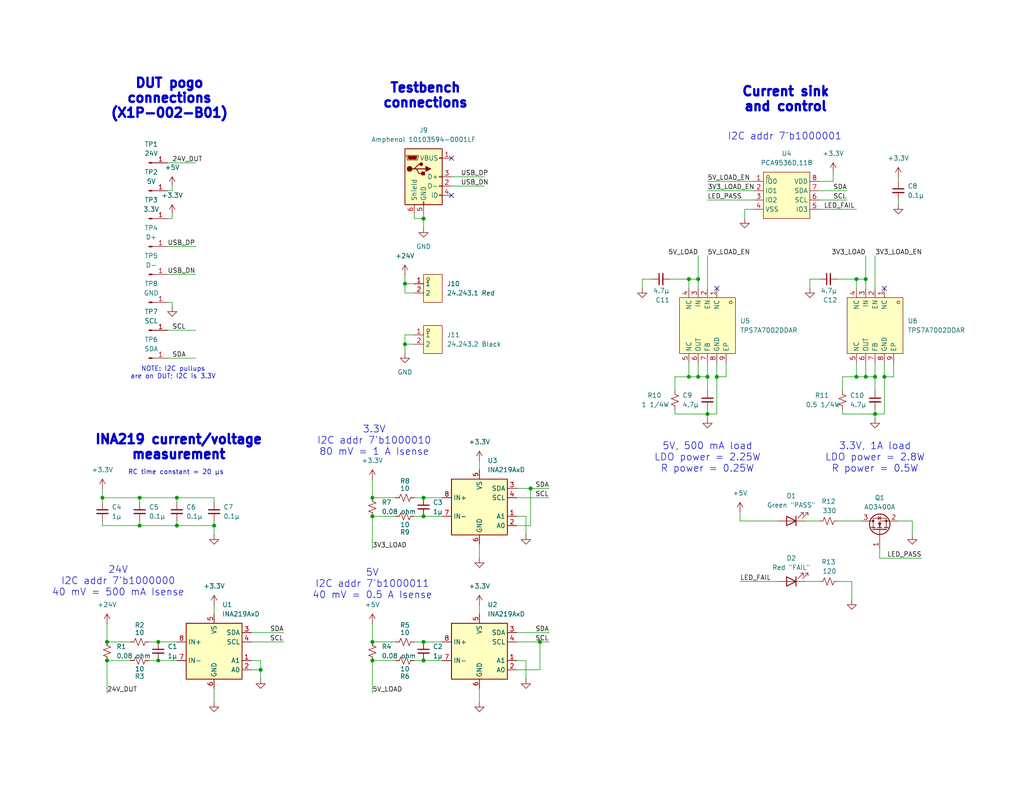
<source format=kicad_sch>
(kicad_sch (version 20231120) (generator "eeschema") (generator_version "8.0")
  (paper "USLetter")
  (title_block (title "X1P-003") (rev "A01") (company "X1Plus") (comment 1 "Production test fixture for X1P-002"))
  (lib_symbols
    (symbol "Connector:Conn_01x01_Pin" (pin_names (offset 1.016) hide)
      (property "Reference" "J" (at 0 2.54 0))
      (property "Value" "Conn_01x01_Pin" (at 0 -2.54 0))
      (symbol "Conn_01x01_Pin_1_1"
        (polyline (pts (xy 1.27 0) (xy 0.8636 0)) (stroke (width 0.1524)))
        (rectangle (start 0.8636 0.127) (end 0 -0.127) (stroke (width 0.1524)) (fill (type outline)))
        (pin passive line (at 5.08 0 180) (length 3.81) (name "Pin_1") (number "1"))
      )
    )
    (symbol "Connector:USB_B_Micro" (pin_names (offset 1.016))
      (property "Reference" "J" (at -5.08 11.43 0))
      (property "Value" "USB_B_Micro" (at -5.08 8.89 0))
      (symbol "USB_B_Micro_0_1"
        (rectangle (start -5.08 -7.62) (end 5.08 7.62) (stroke (width 0.254)) (fill (type background)))
        (circle (center -3.81 2.159) (radius 0.635) (stroke (width 0.254)) (fill (type outline)))
        (circle (center -0.635 3.429) (radius 0.381) (stroke (width 0.254)) (fill (type outline)))
        (rectangle (start -0.127 -7.62) (end 0.127 -6.858))
        (polyline (pts (xy -1.905 2.159) (xy 0.635 2.159)) (stroke (width 0.254)))
        (polyline (pts (xy -3.175 2.159) (xy -2.54 2.159) (xy -1.27 3.429) (xy -0.635 3.429)) (stroke (width 0.254)))
        (polyline (pts (xy -2.54 2.159) (xy -1.905 2.159) (xy -1.27 0.889) (xy 0 0.889)) (stroke (width 0.254)))
        (polyline (pts (xy 0.635 2.794) (xy 0.635 1.524) (xy 1.905 2.159) (xy 0.635 2.794)) (stroke (width 0.254)) (fill (type outline)))
        (polyline (pts (xy -4.318 5.588) (xy -1.778 5.588) (xy -2.032 4.826) (xy -4.064 4.826) (xy -4.318 5.588)) (fill (type outline)))
        (polyline (pts (xy -4.699 5.842) (xy -4.699 5.588) (xy -4.445 4.826) (xy -4.445 4.572) (xy -1.651 4.572) (xy -1.651 4.826) (xy -1.397 5.588) (xy -1.397 5.842) (xy -4.699 5.842)))
        (rectangle (start 0.254 1.27) (end -0.508 0.508) (stroke (width 0.254)) (fill (type outline)))
        (rectangle (start 5.08 -5.207) (end 4.318 -4.953))
        (rectangle (start 5.08 -2.667) (end 4.318 -2.413))
        (rectangle (start 5.08 -0.127) (end 4.318 0.127))
        (rectangle (start 5.08 4.953) (end 4.318 5.207))
      )
      (symbol "USB_B_Micro_1_1"
        (pin power_out line (at 7.62 5.08 180) (length 2.54) (name "VBUS") (number "1"))
        (pin bidirectional line (at 7.62 -2.54 180) (length 2.54) (name "D-") (number "2"))
        (pin bidirectional line (at 7.62 0 180) (length 2.54) (name "D+") (number "3"))
        (pin passive line (at 7.62 -5.08 180) (length 2.54) (name "ID") (number "4"))
        (pin power_out line (at 0 -10.16 90) (length 2.54) (name "GND") (number "5"))
        (pin passive line (at -2.54 -10.16 90) (length 2.54) (name "Shield") (number "6"))
      )
    )
    (symbol "Device:C_Small" (pin_numbers hide) (pin_names (offset 0.254) hide)
      (property "Reference" "C" (at 0.254 1.778 0))
      (property "Value" "C_Small" (at 0.254 -2.032 0))
      (symbol "C_Small_0_1"
        (polyline (pts (xy -1.524 -0.508) (xy 1.524 -0.508)) (stroke (width 0.3302)))
        (polyline (pts (xy -1.524 0.508) (xy 1.524 0.508)) (stroke (width 0.3048)))
      )
      (symbol "C_Small_1_1"
        (pin passive line (at 0 2.54 270) (length 2.032) (name "~") (number "1"))
        (pin passive line (at 0 -2.54 90) (length 2.032) (name "~") (number "2"))
      )
    )
    (symbol "Device:LED" (pin_numbers hide) (pin_names (offset 1.016) hide)
      (property "Reference" "D" (at 0 2.54 0))
      (property "Value" "LED" (at 0 -2.54 0))
      (symbol "LED_0_1"
        (polyline (pts (xy -1.27 -1.27) (xy -1.27 1.27)) (stroke (width 0.254)))
        (polyline (pts (xy -1.27 0) (xy 1.27 0)))
        (polyline (pts (xy 1.27 -1.27) (xy 1.27 1.27) (xy -1.27 0) (xy 1.27 -1.27)) (stroke (width 0.254)))
        (polyline (pts (xy -3.048 -0.762) (xy -4.572 -2.286) (xy -3.81 -2.286) (xy -4.572 -2.286) (xy -4.572 -1.524)))
        (polyline (pts (xy -1.778 -0.762) (xy -3.302 -2.286) (xy -2.54 -2.286) (xy -3.302 -2.286) (xy -3.302 -1.524)))
      )
      (symbol "LED_1_1"
        (pin passive line (at -3.81 0 0) (length 2.54) (name "K") (number "1"))
        (pin passive line (at 3.81 0 180) (length 2.54) (name "A") (number "2"))
      )
    )
    (symbol "Device:R_Small_US" (pin_numbers hide) (pin_names (offset 0.254) hide)
      (property "Reference" "R" (at 0.762 0.508 0))
      (property "Value" "R_Small_US" (at 0.762 -1.016 0))
      (symbol "R_Small_US_1_1"
        (polyline (pts (xy 0 0) (xy 1.016 -0.381) (xy 0 -0.762) (xy -1.016 -1.143) (xy 0 -1.524)))
        (polyline (pts (xy 0 1.524) (xy 1.016 1.143) (xy 0 0.762) (xy -1.016 0.381) (xy 0 0)))
        (pin passive line (at 0 2.54 270) (length 1.016) (name "~") (number "1"))
        (pin passive line (at 0 -2.54 90) (length 1.016) (name "~") (number "2"))
      )
    )
    (symbol "Sensor_Energy:INA219AxD"
      (property "Reference" "U" (at -6.35 8.89 0))
      (property "Value" "INA219AxD" (at 5.08 8.89 0))
      (symbol "INA219AxD_0_1"
        (rectangle (start -7.62 7.62) (end 7.62 -7.62) (stroke (width 0.254)) (fill (type background)))
      )
      (symbol "INA219AxD_1_1"
        (pin input line (at 10.16 -2.54 180) (length 2.54) (name "A1") (number "1"))
        (pin input line (at 10.16 -5.08 180) (length 2.54) (name "A0") (number "2"))
        (pin bidirectional line (at 10.16 5.08 180) (length 2.54) (name "SDA") (number "3"))
        (pin input line (at 10.16 2.54 180) (length 2.54) (name "SCL") (number "4"))
        (pin power_in line (at 0 10.16 270) (length 2.54) (name "VS") (number "5"))
        (pin power_in line (at 0 -10.16 90) (length 2.54) (name "GND") (number "6"))
        (pin input line (at -10.16 -2.54 0) (length 2.54) (name "IN-") (number "7"))
        (pin input line (at -10.16 2.54 0) (length 2.54) (name "IN+") (number "8"))
      )
    )
    (symbol "Transistor_FET:AO3400A" (pin_names hide)
      (property "Reference" "Q" (at 5.08 1.905 0))
      (property "Value" "AO3400A" (at 5.08 0 0))
      (symbol "AO3400A_0_1"
        (polyline (pts (xy 0.254 0) (xy -2.54 0)))
        (polyline (pts (xy 0.254 1.905) (xy 0.254 -1.905)) (stroke (width 0.254)))
        (polyline (pts (xy 0.762 -1.27) (xy 0.762 -2.286)) (stroke (width 0.254)))
        (polyline (pts (xy 0.762 0.508) (xy 0.762 -0.508)) (stroke (width 0.254)))
        (polyline (pts (xy 0.762 2.286) (xy 0.762 1.27)) (stroke (width 0.254)))
        (polyline (pts (xy 2.54 2.54) (xy 2.54 1.778)))
        (polyline (pts (xy 2.54 -2.54) (xy 2.54 0) (xy 0.762 0)))
        (polyline (pts (xy 0.762 -1.778) (xy 3.302 -1.778) (xy 3.302 1.778) (xy 0.762 1.778)))
        (polyline (pts (xy 1.016 0) (xy 2.032 0.381) (xy 2.032 -0.381) (xy 1.016 0)) (fill (type outline)))
        (polyline (pts (xy 2.794 0.508) (xy 2.921 0.381) (xy 3.683 0.381) (xy 3.81 0.254)))
        (polyline (pts (xy 3.302 0.381) (xy 2.921 -0.254) (xy 3.683 -0.254) (xy 3.302 0.381)))
        (circle (center 1.651 0) (radius 2.794) (stroke (width 0.254)))
        (circle (center 2.54 -1.778) (radius 0.254) (fill (type outline)))
        (circle (center 2.54 1.778) (radius 0.254) (fill (type outline)))
      )
      (symbol "AO3400A_1_1"
        (pin input line (at -5.08 0 0) (length 2.54) (name "G") (number "1"))
        (pin passive line (at 2.54 -5.08 90) (length 2.54) (name "S") (number "2"))
        (pin passive line (at 2.54 5.08 270) (length 2.54) (name "D") (number "3"))
      )
    )
    (symbol "X1P-003:24.243.1"
      (property "Reference" "U" (at 0 6.35 0))
      (property "Value" "24.243.1" (at 0 -6.35 0))
      (symbol "24.243.1_0_1"
        (rectangle (start -2.54 3.81) (end 2.54 -3.81) (fill (type background)))
        (circle (center -1.27 2.54) (radius 0.38))
        (pin unspecified line (at -5.08 1.27 0) (length 2.54) (name "1") (number "1"))
        (pin unspecified line (at -5.08 -1.27 0) (length 2.54) (name "2") (number "2"))
      )
    )
    (symbol "X1P-003:PCA9536D,118"
      (property "Reference" "U" (at 0 8.89 0))
      (property "Value" "PCA9536D,118" (at 0 -8.89 0))
      (symbol "PCA9536D,118_0_1"
        (rectangle (start -6.35 6.35) (end 6.35 -6.35) (fill (type background)))
        (circle (center -5.08 5.08) (radius 0.38))
        (pin unspecified line (at -8.89 3.81 0) (length 2.54) (name "IO0") (number "1"))
        (pin unspecified line (at -8.89 1.27 0) (length 2.54) (name "IO1") (number "2"))
        (pin unspecified line (at -8.89 -1.27 0) (length 2.54) (name "IO2") (number "3"))
        (pin unspecified line (at -8.89 -3.81 0) (length 2.54) (name "VSS") (number "4"))
        (pin unspecified line (at 8.89 -3.81 180) (length 2.54) (name "IO3") (number "5"))
        (pin unspecified line (at 8.89 -1.27 180) (length 2.54) (name "SCL") (number "6"))
        (pin unspecified line (at 8.89 1.27 180) (length 2.54) (name "SDA") (number "7"))
        (pin unspecified line (at 8.89 3.81 180) (length 2.54) (name "VDD") (number "8"))
      )
    )
    (symbol "X1P-003:TPS7A7002DDAR"
      (property "Reference" "U" (at 0 10.16 0))
      (property "Value" "TPS7A7002DDAR" (at 0 -10.16 0))
      (symbol "TPS7A7002DDAR_0_1"
        (rectangle (start -7.62 7.62) (end 7.62 -7.62) (fill (type background)))
        (circle (center -6.35 6.35) (radius 0.38))
        (pin unspecified line (at -10.16 2.54 0) (length 2.54) (name "NC") (number "1"))
        (pin unspecified line (at -10.16 0 0) (length 2.54) (name "EN") (number "2"))
        (pin unspecified line (at -10.16 -2.54 0) (length 2.54) (name "IN") (number "3"))
        (pin unspecified line (at -10.16 -5.08 0) (length 2.54) (name "NC") (number "4"))
        (pin unspecified line (at 10.16 -5.08 180) (length 2.54) (name "NC") (number "5"))
        (pin unspecified line (at 10.16 -2.54 180) (length 2.54) (name "OUT") (number "6"))
        (pin unspecified line (at 10.16 0 180) (length 2.54) (name "FB") (number "7"))
        (pin unspecified line (at 10.16 2.54 180) (length 2.54) (name "GND") (number "8"))
        (pin unspecified line (at 10.16 5.08 180) (length 2.54) (name "EP") (number "9"))
      )
    )
    (symbol "power:+24V" (power) (pin_numbers hide) (pin_names (offset 0) hide)
      (property "Value" "+24V" (at 0 3.556 0))
      (symbol "+24V_0_1"
        (polyline (pts (xy -0.762 1.27) (xy 0 2.54)))
        (polyline (pts (xy 0 0) (xy 0 2.54)))
        (polyline (pts (xy 0 2.54) (xy 0.762 1.27)))
      )
      (symbol "+24V_1_1"
        (pin power_in line (at 0 0 90) (length 0) (name "~") (number "1"))
      )
    )
    (symbol "power:+3.3V" (power) (pin_numbers hide) (pin_names (offset 0) hide)
      (property "Value" "+3.3V" (at 0 3.556 0))
      (symbol "+3.3V_0_1"
        (polyline (pts (xy -0.762 1.27) (xy 0 2.54)))
        (polyline (pts (xy 0 0) (xy 0 2.54)))
        (polyline (pts (xy 0 2.54) (xy 0.762 1.27)))
      )
      (symbol "+3.3V_1_1"
        (pin power_in line (at 0 0 90) (length 0) (name "~") (number "1"))
      )
    )
    (symbol "power:+5V" (power) (pin_numbers hide) (pin_names (offset 0) hide)
      (property "Value" "+5V" (at 0 3.556 0))
      (symbol "+5V_0_1"
        (polyline (pts (xy -0.762 1.27) (xy 0 2.54)))
        (polyline (pts (xy 0 0) (xy 0 2.54)))
        (polyline (pts (xy 0 2.54) (xy 0.762 1.27)))
      )
      (symbol "+5V_1_1"
        (pin power_in line (at 0 0 90) (length 0) (name "~") (number "1"))
      )
    )
    (symbol "power:GND" (power) (pin_numbers hide) (pin_names (offset 0) hide)
      (property "Value" "GND" (at 0 -3.81 0))
      (symbol "GND_0_1"
        (polyline (pts (xy 0 0) (xy 0 -1.27) (xy 1.27 -1.27) (xy 0 -2.54) (xy -1.27 -1.27) (xy 0 -1.27)))
      )
      (symbol "GND_1_1"
        (pin power_in line (at 0 0 270) (length 0) (name "~") (number "1"))
      )
    )
  )
  (junction (at 48.26 135.89))
  (junction (at 193.04 113.03))
  (junction (at 144.78 133.35))
  (junction (at 115.57 140.97))
  (junction (at 29.21 180.34))
  (junction (at 115.57 59.69))
  (junction (at 27.94 135.89))
  (junction (at 43.18 175.26))
  (junction (at 236.22 76.2))
  (junction (at 238.76 102.87))
  (junction (at 193.04 102.87))
  (junction (at 101.6 175.26))
  (junction (at 115.57 135.89))
  (junction (at 195.58 102.87))
  (junction (at 38.1 143.51))
  (junction (at 233.68 102.87))
  (junction (at 115.57 175.26))
  (junction (at 38.1 135.89))
  (junction (at 236.22 102.87))
  (junction (at 101.6 135.89))
  (junction (at 115.57 180.34))
  (junction (at 190.5 76.2))
  (junction (at 147.32 175.26))
  (junction (at 110.49 77.47))
  (junction (at 187.96 102.87))
  (junction (at 43.18 180.34))
  (junction (at 187.96 76.2))
  (junction (at 190.5 102.87))
  (junction (at 101.6 180.34))
  (junction (at 241.3 102.87))
  (junction (at 71.12 182.88))
  (junction (at 58.42 143.51))
  (junction (at 101.6 140.97))
  (junction (at 238.76 113.03))
  (junction (at 48.26 143.51))
  (junction (at 29.21 175.26))
  (junction (at 110.49 93.98))
  (junction (at 233.68 76.2))
  (no_connect (at 241.3 78.74))
  (no_connect (at 195.58 78.74))
  (no_connect (at 123.19 43.18))
  (no_connect (at 123.19 53.34))
  (wire (pts (xy 175.26 76.2) (xy 175.26 78.74)))
  (wire (pts (xy 201.93 142.24) (xy 212.09 142.24)))
  (wire (pts (xy 46.99 58.42) (xy 46.99 59.69)))
  (wire (pts (xy 193.04 49.53) (xy 205.74 49.53)))
  (wire (pts (xy 101.6 140.97) (xy 107.95 140.97)))
  (wire (pts (xy 238.76 114.3) (xy 238.76 113.03)))
  (wire (pts (xy 45.72 90.17) (xy 53.34 90.17)))
  (wire (pts (xy 184.15 113.03) (xy 193.04 113.03)))
  (wire (pts (xy 143.51 140.97) (xy 143.51 146.05)))
  (wire (pts (xy 243.84 99.06) (xy 243.84 102.87)))
  (wire (pts (xy 40.64 180.34) (xy 43.18 180.34)))
  (wire (pts (xy 140.97 135.89) (xy 149.86 135.89)))
  (wire (pts (xy 68.58 180.34) (xy 71.12 180.34)))
  (wire (pts (xy 193.04 54.61) (xy 205.74 54.61)))
  (wire (pts (xy 123.19 48.26) (xy 132.08 48.26)))
  (wire (pts (xy 43.18 175.26) (xy 48.26 175.26)))
  (wire (pts (xy 113.03 58.42) (xy 113.03 59.69)))
  (wire (pts (xy 58.42 135.89) (xy 48.26 135.89)))
  (wire (pts (xy 115.57 140.97) (xy 120.65 140.97)))
  (wire (pts (xy 115.57 59.69) (xy 115.57 58.42)))
  (wire (pts (xy 48.26 143.51) (xy 58.42 143.51)))
  (wire (pts (xy 187.96 99.06) (xy 187.96 102.87)))
  (wire (pts (xy 248.92 142.24) (xy 248.92 146.05)))
  (wire (pts (xy 58.42 187.96) (xy 58.42 191.77)))
  (wire (pts (xy 101.6 180.34) (xy 101.6 189.23)))
  (wire (pts (xy 190.5 76.2) (xy 190.5 78.74)))
  (wire (pts (xy 101.6 130.81) (xy 101.6 135.89)))
  (wire (pts (xy 227.33 46.99) (xy 227.33 49.53)))
  (wire (pts (xy 236.22 76.2) (xy 236.22 78.74)))
  (wire (pts (xy 201.93 158.75) (xy 212.09 158.75)))
  (wire (pts (xy 115.57 175.26) (xy 120.65 175.26)))
  (wire (pts (xy 113.03 175.26) (xy 115.57 175.26)))
  (wire (pts (xy 144.78 133.35) (xy 144.78 143.51)))
  (wire (pts (xy 101.6 170.18) (xy 101.6 175.26)))
  (wire (pts (xy 58.42 143.51) (xy 58.42 146.05)))
  (wire (pts (xy 229.87 113.03) (xy 238.76 113.03)))
  (wire (pts (xy 220.98 76.2) (xy 220.98 78.74)))
  (wire (pts (xy 140.97 175.26) (xy 147.32 175.26)))
  (wire (pts (xy 113.03 80.01) (xy 110.49 80.01)))
  (wire (pts (xy 38.1 135.89) (xy 27.94 135.89)))
  (wire (pts (xy 123.19 50.8) (xy 132.08 50.8)))
  (wire (pts (xy 232.41 158.75) (xy 232.41 163.83)))
  (wire (pts (xy 68.58 172.72) (xy 77.47 172.72)))
  (wire (pts (xy 198.12 99.06) (xy 198.12 102.87)))
  (wire (pts (xy 233.68 76.2) (xy 236.22 76.2)))
  (wire (pts (xy 233.68 99.06) (xy 233.68 102.87)))
  (wire (pts (xy 219.71 158.75) (xy 223.52 158.75)))
  (wire (pts (xy 236.22 102.87) (xy 233.68 102.87)))
  (wire (pts (xy 140.97 180.34) (xy 143.51 180.34)))
  (wire (pts (xy 236.22 102.87) (xy 238.76 102.87)))
  (wire (pts (xy 48.26 142.24) (xy 48.26 143.51)))
  (wire (pts (xy 27.94 135.89) (xy 27.94 137.16)))
  (wire (pts (xy 27.94 142.24) (xy 27.94 143.51)))
  (wire (pts (xy 190.5 102.87) (xy 193.04 102.87)))
  (wire (pts (xy 187.96 76.2) (xy 190.5 76.2)))
  (wire (pts (xy 46.99 82.55) (xy 46.99 83.82)))
  (wire (pts (xy 71.12 180.34) (xy 71.12 182.88)))
  (wire (pts (xy 187.96 78.74) (xy 187.96 76.2)))
  (wire (pts (xy 45.72 97.79) (xy 53.34 97.79)))
  (wire (pts (xy 201.93 139.7) (xy 201.93 142.24)))
  (wire (pts (xy 110.49 80.01) (xy 110.49 77.47)))
  (wire (pts (xy 193.04 99.06) (xy 193.04 102.87)))
  (wire (pts (xy 110.49 77.47) (xy 113.03 77.47)))
  (wire (pts (xy 238.76 113.03) (xy 241.3 113.03)))
  (wire (pts (xy 113.03 93.98) (xy 110.49 93.98)))
  (wire (pts (xy 241.3 102.87) (xy 243.84 102.87)))
  (wire (pts (xy 130.81 187.96) (xy 130.81 191.77)))
  (wire (pts (xy 245.11 142.24) (xy 248.92 142.24)))
  (wire (pts (xy 228.6 76.2) (xy 233.68 76.2)))
  (wire (pts (xy 113.03 140.97) (xy 115.57 140.97)))
  (wire (pts (xy 38.1 135.89) (xy 38.1 137.16)))
  (wire (pts (xy 27.94 143.51) (xy 38.1 143.51)))
  (wire (pts (xy 193.04 113.03) (xy 195.58 113.03)))
  (wire (pts (xy 144.78 133.35) (xy 149.86 133.35)))
  (wire (pts (xy 238.76 102.87) (xy 238.76 106.68)))
  (wire (pts (xy 190.5 69.85) (xy 190.5 76.2)))
  (wire (pts (xy 238.76 69.85) (xy 238.76 78.74)))
  (wire (pts (xy 45.72 67.31) (xy 53.34 67.31)))
  (wire (pts (xy 229.87 106.68) (xy 229.87 102.87)))
  (wire (pts (xy 203.2 57.15) (xy 203.2 59.69)))
  (wire (pts (xy 58.42 142.24) (xy 58.42 143.51)))
  (wire (pts (xy 45.72 74.93) (xy 53.34 74.93)))
  (wire (pts (xy 40.64 175.26) (xy 43.18 175.26)))
  (wire (pts (xy 245.11 48.26) (xy 245.11 49.53)))
  (wire (pts (xy 46.99 50.8) (xy 46.99 52.07)))
  (wire (pts (xy 29.21 180.34) (xy 29.21 189.23)))
  (wire (pts (xy 140.97 172.72) (xy 149.86 172.72)))
  (wire (pts (xy 130.81 148.59) (xy 130.81 152.4)))
  (wire (pts (xy 236.22 69.85) (xy 236.22 76.2)))
  (wire (pts (xy 195.58 99.06) (xy 195.58 102.87)))
  (wire (pts (xy 110.49 74.93) (xy 110.49 77.47)))
  (wire (pts (xy 236.22 99.06) (xy 236.22 102.87)))
  (wire (pts (xy 140.97 133.35) (xy 144.78 133.35)))
  (wire (pts (xy 238.76 99.06) (xy 238.76 102.87)))
  (wire (pts (xy 195.58 102.87) (xy 198.12 102.87)))
  (wire (pts (xy 245.11 54.61) (xy 245.11 55.88)))
  (wire (pts (xy 43.18 180.34) (xy 48.26 180.34)))
  (wire (pts (xy 140.97 143.51) (xy 144.78 143.51)))
  (wire (pts (xy 38.1 142.24) (xy 38.1 143.51)))
  (wire (pts (xy 228.6 142.24) (xy 234.95 142.24)))
  (wire (pts (xy 110.49 93.98) (xy 110.49 96.52)))
  (wire (pts (xy 115.57 135.89) (xy 120.65 135.89)))
  (wire (pts (xy 193.04 69.85) (xy 193.04 78.74)))
  (wire (pts (xy 101.6 135.89) (xy 107.95 135.89)))
  (wire (pts (xy 190.5 102.87) (xy 187.96 102.87)))
  (wire (pts (xy 58.42 165.1) (xy 58.42 167.64)))
  (wire (pts (xy 195.58 113.03) (xy 195.58 102.87)))
  (wire (pts (xy 115.57 59.69) (xy 115.57 62.23)))
  (wire (pts (xy 113.03 180.34) (xy 115.57 180.34)))
  (wire (pts (xy 190.5 99.06) (xy 190.5 102.87)))
  (wire (pts (xy 193.04 102.87) (xy 193.04 106.68)))
  (wire (pts (xy 223.52 57.15) (xy 233.68 57.15)))
  (wire (pts (xy 147.32 175.26) (xy 147.32 182.88)))
  (wire (pts (xy 29.21 180.34) (xy 35.56 180.34)))
  (wire (pts (xy 71.12 182.88) (xy 71.12 185.42)))
  (wire (pts (xy 229.87 102.87) (xy 233.68 102.87)))
  (wire (pts (xy 113.03 135.89) (xy 115.57 135.89)))
  (wire (pts (xy 68.58 175.26) (xy 77.47 175.26)))
  (wire (pts (xy 130.81 125.73) (xy 130.81 128.27)))
  (wire (pts (xy 233.68 78.74) (xy 233.68 76.2)))
  (wire (pts (xy 58.42 137.16) (xy 58.42 135.89)))
  (wire (pts (xy 38.1 143.51) (xy 48.26 143.51)))
  (wire (pts (xy 101.6 180.34) (xy 107.95 180.34)))
  (wire (pts (xy 130.81 165.1) (xy 130.81 167.64)))
  (wire (pts (xy 193.04 114.3) (xy 193.04 113.03)))
  (wire (pts (xy 229.87 111.76) (xy 229.87 113.03)))
  (wire (pts (xy 46.99 52.07) (xy 45.72 52.07)))
  (wire (pts (xy 193.04 111.76) (xy 193.04 113.03)))
  (wire (pts (xy 238.76 111.76) (xy 238.76 113.03)))
  (wire (pts (xy 113.03 91.44) (xy 110.49 91.44)))
  (wire (pts (xy 219.71 142.24) (xy 223.52 142.24)))
  (wire (pts (xy 223.52 54.61) (xy 231.14 54.61)))
  (wire (pts (xy 241.3 99.06) (xy 241.3 102.87)))
  (wire (pts (xy 223.52 76.2) (xy 220.98 76.2)))
  (wire (pts (xy 48.26 135.89) (xy 38.1 135.89)))
  (wire (pts (xy 113.03 59.69) (xy 115.57 59.69)))
  (wire (pts (xy 101.6 175.26) (xy 107.95 175.26)))
  (wire (pts (xy 228.6 158.75) (xy 232.41 158.75)))
  (wire (pts (xy 147.32 175.26) (xy 149.86 175.26)))
  (wire (pts (xy 45.72 44.45) (xy 53.34 44.45)))
  (wire (pts (xy 184.15 111.76) (xy 184.15 113.03)))
  (wire (pts (xy 46.99 59.69) (xy 45.72 59.69)))
  (wire (pts (xy 240.03 152.4) (xy 240.03 149.86)))
  (wire (pts (xy 223.52 52.07) (xy 231.14 52.07)))
  (wire (pts (xy 240.03 152.4) (xy 251.46 152.4)))
  (wire (pts (xy 182.88 76.2) (xy 187.96 76.2)))
  (wire (pts (xy 48.26 135.89) (xy 48.26 137.16)))
  (wire (pts (xy 193.04 52.07) (xy 205.74 52.07)))
  (wire (pts (xy 241.3 113.03) (xy 241.3 102.87)))
  (wire (pts (xy 184.15 102.87) (xy 187.96 102.87)))
  (wire (pts (xy 177.8 76.2) (xy 175.26 76.2)))
  (wire (pts (xy 184.15 106.68) (xy 184.15 102.87)))
  (wire (pts (xy 115.57 180.34) (xy 120.65 180.34)))
  (wire (pts (xy 27.94 133.35) (xy 27.94 135.89)))
  (wire (pts (xy 143.51 180.34) (xy 143.51 185.42)))
  (wire (pts (xy 110.49 91.44) (xy 110.49 93.98)))
  (wire (pts (xy 68.58 182.88) (xy 71.12 182.88)))
  (wire (pts (xy 140.97 182.88) (xy 147.32 182.88)))
  (wire (pts (xy 101.6 140.97) (xy 101.6 149.86)))
  (wire (pts (xy 227.33 49.53) (xy 223.52 49.53)))
  (wire (pts (xy 205.74 57.15) (xy 203.2 57.15)))
  (wire (pts (xy 45.72 82.55) (xy 46.99 82.55)))
  (wire (pts (xy 140.97 140.97) (xy 143.51 140.97)))
  (wire (pts (xy 29.21 170.18) (xy 29.21 175.26)))
  (wire (pts (xy 29.21 175.26) (xy 35.56 175.26)))
  (text "DUT pogo\nconnections\n(X1P-002-B01)" (at 46.228 26.924 0) (effects (font (size 2.54 2.54) (thickness 0.762) (bold yes))))
  (text "3.3V\nI2C addr 7'b1000010\n80 mV = 1 A Isense" (at 102.108 120.396 0) (effects (font (size 1.905 1.905))))
  (text "RC time constant = 20 µs" (at 48.006 129.032 0) (effects (font (size 1.27 1.27))))
  (text "24V\nI2C addr 7'b1000000\n40 mV = 500 mA Isense" (at 32.258 158.75 0) (effects (font (size 1.905 1.905))))
  (text "Current sink\nand control" (at 214.376 27.178 0) (effects (font (size 2.54 2.54) (thickness 0.762) (bold yes))))
  (text "5V\nI2C addr 7'b1000011\n40 mV = 0.5 A Isense" (at 101.6 159.512 0) (effects (font (size 1.905 1.905))))
  (text "3.3V, 1A load\nLDO power = 2.8W\nR power = 0.5W" (at 238.76 124.968 0) (effects (font (size 1.905 1.905))))
  (text "INA219 current/voltage\nmeasurement" (at 48.768 122.174 0) (effects (font (size 2.54 2.54) (thickness 0.762) (bold yes))))
  (text "I2C addr 7'b1000001" (at 214.122 37.338 0) (effects (font (size 1.905 1.905))))
  (text "NOTE: I2C pullups\nare on DUT; I2C is 3.3V" (at 47.244 101.854 0) (effects (font (size 1.27 1.27))))
  (text "5V, 500 mA load\nLDO power = 2.25W\nR power = 0.25W" (at 193.04 124.968 0) (effects (font (size 1.905 1.905))))
  (text "Testbench\nconnections" (at 116.078 26.162 0) (effects (font (size 2.54 2.54) (thickness 0.762) (bold yes))))
  (label "24V_DUT" (at 46.99 44.45 0))
  (label "SCL" (at 73.66 175.26 0))
  (label "LED_FAIL" (at 224.79 57.15 0))
  (label "SDA" (at 146.05 133.35 0))
  (label "5V_LOAD" (at 101.6 189.23 0))
  (label "LED_FAIL" (at 201.93 158.75 0))
  (label "LED_PASS" (at 193.04 54.61 0))
  (label "USB_DP" (at 125.73 48.26 0))
  (label "LED_PASS" (at 251.46 152.4 180))
  (label "USB_DN" (at 125.73 50.8 0))
  (label "SCL" (at 146.05 175.26 0))
  (label "USB_DP" (at 45.72 67.31 0))
  (label "5V_LOAD_EN" (at 193.04 49.53 0))
  (label "USB_DN" (at 45.72 74.93 0))
  (label "3V3_LOAD" (at 236.22 69.85 180))
  (label "SCL" (at 227.33 54.61 0))
  (label "3V3_LOAD_EN" (at 238.76 69.85 0))
  (label "24V_DUT" (at 29.21 189.23 0))
  (label "SDA" (at 146.05 172.72 0))
  (label "5V_LOAD_EN" (at 193.04 69.85 0))
  (label "SDA" (at 46.99 97.79 0))
  (label "SDA" (at 73.66 172.72 0))
  (label "SCL" (at 146.05 135.89 0))
  (label "SDA" (at 227.33 52.07 0))
  (label "3V3_LOAD" (at 101.6 149.86 0))
  (label "5V_LOAD" (at 190.5 69.85 180))
  (label "3V3_LOAD_EN" (at 193.04 52.07 0))
  (label "SCL" (at 46.99 90.17 0))
  (symbol (lib_id "power:+3.3V") (at 101.6 130.81 0) (unit 1)
    (property "Reference" "#PWR016" (effects (hide yes)))
    (property "Value" "+3.3V" (at 101.6 125.73 0))
    (property "Description" "Power symbol creates a global label with name \"+3.3V\"" (effects (hide yes)))
  )
  (symbol (lib_id "Device:C_Small") (at 238.76 109.22 0) (unit 1)
    (property "Reference" "C10" (at 231.902 107.95 0) (effects (justify left)))
    (property "Value" "4.7µ" (at 231.902 110.49 0) (effects (justify left)))
    (property "Footprint" "Capacitor_SMD:C_0603_1608Metric" (effects (hide yes)))
    (property "Description" "Unpolarized capacitor, small symbol" (effects (hide yes)))
  )
  (symbol (lib_id "power:GND") (at 110.49 96.52 0) (unit 1)
    (property "Reference" "#PWR02" (effects (hide yes)))
    (property "Value" "GND" (at 110.49 101.6 0))
    (property "Description" "Power symbol creates a global label with name \"GND\" , ground" (effects (hide yes)))
  )
  (symbol (lib_id "Device:C_Small") (at 27.94 139.7 0) (unit 1)
    (property "Reference" "C4" (at 30.48 138.4362 0) (effects (justify left)))
    (property "Value" "1µ" (at 30.48 140.9762 0) (effects (justify left)))
    (property "Footprint" "Capacitor_SMD:C_0603_1608Metric" (effects (hide yes)))
    (property "Description" "Unpolarized capacitor, small symbol" (effects (hide yes)))
  )
  (symbol (lib_id "Device:R_Small_US") (at 226.06 158.75 270) (unit 1)
    (property "Reference" "R13" (at 226.06 153.416 90))
    (property "Value" "120" (at 226.314 155.956 90))
    (property "Footprint" "Resistor_SMD:R_0603_1608Metric" (effects (hide yes)))
    (property "Description" "Resistor, small US symbol" (effects (hide yes)))
  )
  (symbol (lib_id "Device:C_Small") (at 43.18 177.8 0) (unit 1)
    (property "Reference" "C1" (at 45.72 176.5362 0) (effects (justify left)))
    (property "Value" "1µ" (at 45.72 179.0762 0) (effects (justify left)))
    (property "Footprint" "Capacitor_SMD:C_0603_1608Metric" (effects (hide yes)))
    (property "Description" "Unpolarized capacitor, small symbol" (effects (hide yes)))
  )
  (symbol (lib_id "X1P-003:PCA9536D,118") (at 214.63 53.34 0) (unit 1)
    (property "Reference" "U4" (at 214.63 41.91 0))
    (property "Value" "PCA9536D,118" (at 214.63 44.45 0))
    (property "Footprint" "x1p-003:SO-8_L4.9-W3.9-P1.27-LS6.0-BL" (effects (hide yes)))
    (property "LCSC Part" "C2688883" (effects (hide yes)))
  )
  (symbol (lib_id "Sensor_Energy:INA219AxD") (at 130.81 138.43 0) (unit 1)
    (property "Reference" "U3" (at 133.0041 125.73 0) (effects (justify left)))
    (property "Value" "INA219AxD" (at 133.0041 128.27 0) (effects (justify left)))
    (property "Footprint" "Package_SO:SOIC-8_3.9x4.9mm_P1.27mm" (effects (hide yes)))
    (property "Datasheet" "http://www.ti.com/lit/ds/symlink/ina219.pdf" (effects (hide yes)))
    (property "Description" "Zero-Drift, Bidirectional Current/Power Monitor (0-26V) With I2C Interface, SOIC-8" (effects (hide yes)))
    (property "LCSC Part" "C138706" (effects (hide yes)))
  )
  (symbol (lib_id "power:GND") (at 143.51 146.05 0) (unit 1)
    (property "Reference" "#PWR019" (effects (hide yes)))
    (property "Value" "GND" (effects (hide yes)))
    (property "Description" "Power symbol creates a global label with name \"GND\" , ground" (effects (hide yes)))
  )
  (symbol (lib_id "Connector:USB_B_Micro") (at 115.57 48.26 0) (unit 1)
    (property "Reference" "J9" (at 115.57 35.56 0))
    (property "Value" "Amphenol 10103594-0001LF" (at 115.57 38.1 0))
    (property "Footprint" "Connector_USB:USB_Micro-B_Amphenol_10103594-0001LF_Horizontal" (effects (hide yes)))
    (property "Description" "USB Micro Type B connector" (effects (hide yes)))
    (property "LCSC Part" "C428495" (effects (hide yes)))
  )
  (symbol (lib_id "Transistor_FET:AO3400A") (at 240.03 144.78 90) (unit 1)
    (property "Reference" "Q1" (at 240.03 135.89 90))
    (property "Value" "AO3400A" (at 240.03 138.43 90))
    (property "Footprint" "Package_TO_SOT_SMD:SOT-23" (effects (hide yes)))
    (property "Datasheet" "http://www.aosmd.com/pdfs/datasheet/AO3400A.pdf" (effects (hide yes)))
    (property "Description" "30V Vds, 5.7A Id, N-Channel MOSFET, SOT-23" (effects (hide yes)))
    (property "LCSC Part" "C347475" (effects (hide yes)))
  )
  (symbol (lib_id "Device:C_Small") (at 245.11 52.07 0) (unit 1)
    (property "Reference" "C8" (at 247.65 50.8062 0) (effects (justify left)))
    (property "Value" "0.1µ" (at 247.65 53.3462 0) (effects (justify left)))
    (property "Footprint" "Capacitor_SMD:C_0603_1608Metric" (effects (hide yes)))
    (property "Description" "Unpolarized capacitor, small symbol" (effects (hide yes)))
  )
  (symbol (lib_id "power:GND") (at 238.76 114.3 0) (unit 1)
    (property "Reference" "#PWR026" (effects (hide yes)))
    (property "Value" "GND" (effects (hide yes)))
    (property "Description" "Power symbol creates a global label with name \"GND\" , ground" (effects (hide yes)))
  )
  (symbol (lib_id "power:GND") (at 248.92 146.05 0) (unit 1)
    (property "Reference" "#PWR031" (effects (hide yes)))
    (property "Value" "GND" (effects (hide yes)))
    (property "Description" "Power symbol creates a global label with name \"GND\" , ground" (effects (hide yes)))
  )
  (symbol (lib_id "Connector:Conn_01x01_Pin") (at 40.64 74.93 0) (unit 1)
    (property "Reference" "TP5" (at 41.275 69.85 0))
    (property "Value" "D-" (at 41.275 72.39 0))
    (property "Footprint" "x1p-003:MillMax_0908" (effects (hide yes)))
    (property "Description" "Generic connector, single row, 01x01, script generated" (effects (hide yes)))
    (property "MPN" "0908-6-15-20-75-14-11-0" (effects (hide yes)))
  )
  (symbol (lib_id "Device:C_Small") (at 48.26 139.7 0) (unit 1)
    (property "Reference" "C6" (at 50.8 138.4362 0) (effects (justify left)))
    (property "Value" "0.1µ" (at 50.8 140.9762 0) (effects (justify left)))
    (property "Footprint" "Capacitor_SMD:C_0603_1608Metric" (effects (hide yes)))
    (property "Description" "Unpolarized capacitor, small symbol" (effects (hide yes)))
  )
  (symbol (lib_id "Connector:Conn_01x01_Pin") (at 40.64 44.45 0) (unit 1)
    (property "Reference" "TP1" (at 41.275 39.37 0))
    (property "Value" "24V" (at 41.275 41.91 0))
    (property "Footprint" "x1p-003:MillMax_0908" (effects (hide yes)))
    (property "Description" "Generic connector, single row, 01x01, script generated" (effects (hide yes)))
    (property "MPN" "0908-5-15-20-75-14-11-0" (effects (hide yes)))
  )
  (symbol (lib_id "Device:R_Small_US") (at 101.6 177.8 0) (unit 1)
    (property "Reference" "R4" (at 104.14 176.5299 0) (effects (justify left)))
    (property "Value" "0.08 ohm" (at 104.14 179.0699 0) (effects (justify left)))
    (property "Footprint" "Resistor_SMD:R_1206_3216Metric" (effects (hide yes)))
    (property "Description" "Resistor, small US symbol" (effects (hide yes)))
    (property "LCSC Part" "C601089" (effects (hide yes)))
  )
  (symbol (lib_id "Sensor_Energy:INA219AxD") (at 130.81 177.8 0) (unit 1)
    (property "Reference" "U2" (at 133.0041 165.1 0) (effects (justify left)))
    (property "Value" "INA219AxD" (at 133.0041 167.64 0) (effects (justify left)))
    (property "Footprint" "Package_SO:SOIC-8_3.9x4.9mm_P1.27mm" (effects (hide yes)))
    (property "Datasheet" "http://www.ti.com/lit/ds/symlink/ina219.pdf" (effects (hide yes)))
    (property "Description" "Zero-Drift, Bidirectional Current/Power Monitor (0-26V) With I2C Interface, SOIC-8" (effects (hide yes)))
    (property "LCSC Part" "C138706" (effects (hide yes)))
  )
  (symbol (lib_id "Connector:Conn_01x01_Pin") (at 40.64 67.31 0) (unit 1)
    (property "Reference" "TP4" (at 41.275 62.23 0))
    (property "Value" "D+" (at 41.275 64.77 0))
    (property "Footprint" "x1p-003:MillMax_0908" (effects (hide yes)))
    (property "Description" "Generic connector, single row, 01x01, script generated" (effects (hide yes)))
    (property "MPN" "0908-6-15-20-75-14-11-0" (effects (hide yes)))
  )
  (symbol (lib_id "Device:C_Small") (at 115.57 177.8 0) (unit 1)
    (property "Reference" "C2" (at 118.11 176.5362 0) (effects (justify left)))
    (property "Value" "1µ" (at 118.11 179.0762 0) (effects (justify left)))
    (property "Footprint" "Capacitor_SMD:C_0603_1608Metric" (effects (hide yes)))
    (property "Description" "Unpolarized capacitor, small symbol" (effects (hide yes)))
  )
  (symbol (lib_id "power:GND") (at 46.99 83.82 0) (unit 1)
    (property "Reference" "#PWR01" (effects (hide yes)))
    (property "Value" "GND" (effects (hide yes)))
    (property "Description" "Power symbol creates a global label with name \"GND\" , ground" (effects (hide yes)))
  )
  (symbol (lib_id "Device:R_Small_US") (at 226.06 142.24 270) (unit 1)
    (property "Reference" "R12" (at 226.06 136.906 90))
    (property "Value" "330" (at 226.314 139.446 90))
    (property "Footprint" "Resistor_SMD:R_0603_1608Metric" (effects (hide yes)))
    (property "Description" "Resistor, small US symbol" (effects (hide yes)))
  )
  (symbol (lib_id "Device:R_Small_US") (at 184.15 109.22 180) (unit 1)
    (property "Reference" "R10" (at 178.562 107.95 0))
    (property "Value" "1 1/4W" (at 178.816 110.49 0))
    (property "Footprint" "Resistor_SMD:R_1210_3225Metric" (effects (hide yes)))
    (property "Description" "Resistor, small US symbol" (effects (hide yes)))
  )
  (symbol (lib_id "Device:R_Small_US") (at 229.87 109.22 180) (unit 1)
    (property "Reference" "R11" (at 224.282 107.95 0))
    (property "Value" "0.5 1/4W" (at 224.536 110.49 0))
    (property "Footprint" "Resistor_SMD:R_1210_3225Metric" (effects (hide yes)))
    (property "Description" "Resistor, small US symbol" (effects (hide yes)))
  )
  (symbol (lib_id "Device:R_Small_US") (at 110.49 135.89 90) (unit 1)
    (property "Reference" "R8" (at 110.49 131.318 90))
    (property "Value" "10" (at 110.49 133.35 90))
    (property "Footprint" "Resistor_SMD:R_0603_1608Metric" (effects (hide yes)))
    (property "Description" "Resistor, small US symbol" (effects (hide yes)))
  )
  (symbol (lib_id "X1P-003:24.243.1") (at 118.11 92.71 0) (unit 1)
    (property "Reference" "J11" (at 121.92 91.4399 0) (effects (justify left)))
    (property "Value" "24.243.2 Black" (at 121.92 93.9799 0) (effects (justify left)))
    (property "Footprint" "x1p-003:AUDIO-TH_24.243.1" (effects (hide yes)))
    (property "LCSC Part" "C7437322" (effects (hide yes)))
  )
  (symbol (lib_id "power:GND") (at 58.42 191.77 0) (unit 1)
    (property "Reference" "#PWR08" (effects (hide yes)))
    (property "Value" "GND" (effects (hide yes)))
    (property "Description" "Power symbol creates a global label with name \"GND\" , ground" (effects (hide yes)))
  )
  (symbol (lib_id "power:+3.3V") (at 227.33 46.99 0) (unit 1)
    (property "Reference" "#PWR015" (effects (hide yes)))
    (property "Value" "+3.3V" (at 227.33 41.91 0))
    (property "Description" "Power symbol creates a global label with name \"+3.3V\"" (effects (hide yes)))
  )
  (symbol (lib_id "Device:R_Small_US") (at 38.1 180.34 270) (unit 1)
    (property "Reference" "R3" (at 38.1 184.658 90))
    (property "Value" "10" (at 38.1 182.626 90))
    (property "Footprint" "Resistor_SMD:R_0603_1608Metric" (effects (hide yes)))
    (property "Description" "Resistor, small US symbol" (effects (hide yes)))
  )
  (symbol (lib_id "Device:R_Small_US") (at 38.1 175.26 90) (unit 1)
    (property "Reference" "R2" (at 38.1 170.688 90))
    (property "Value" "10" (at 38.1 172.72 90))
    (property "Footprint" "Resistor_SMD:R_0603_1608Metric" (effects (hide yes)))
    (property "Description" "Resistor, small US symbol" (effects (hide yes)))
  )
  (symbol (lib_id "power:+5V") (at 201.93 139.7 0) (unit 1)
    (property "Reference" "#PWR030" (effects (hide yes)))
    (property "Value" "+5V" (at 201.93 134.62 0))
    (property "Description" "Power symbol creates a global label with name \"+5V\"" (effects (hide yes)))
  )
  (symbol (lib_id "power:+3.3V") (at 245.11 48.26 0) (unit 1)
    (property "Reference" "#PWR023" (effects (hide yes)))
    (property "Value" "+3.3V" (at 245.11 43.18 0))
    (property "Description" "Power symbol creates a global label with name \"+3.3V\"" (effects (hide yes)))
  )
  (symbol (lib_id "Device:C_Small") (at 38.1 139.7 0) (unit 1)
    (property "Reference" "C5" (at 40.64 138.4362 0) (effects (justify left)))
    (property "Value" "0.1µ" (at 40.64 140.9762 0) (effects (justify left)))
    (property "Footprint" "Capacitor_SMD:C_0603_1608Metric" (effects (hide yes)))
    (property "Description" "Unpolarized capacitor, small symbol" (effects (hide yes)))
  )
  (symbol (lib_id "X1P-003:TPS7A7002DDAR") (at 238.76 88.9 270) (unit 1)
    (property "Reference" "U6" (at 247.65 87.6299 90) (effects (justify left)))
    (property "Value" "TPS7A7002DDAR" (at 247.65 90.1699 90) (effects (justify left)))
    (property "Footprint" "x1p-003:SOIC-8_L4.9-W3.9-P1.27-LS6.0-BL-EP" (effects (hide yes)))
    (property "Datasheet" "https://lcsc.com/product-detail/Low-Dropout-Regulators-LDO_TI_TPS7A7002DDAR_TPS7A7002DDAR_C140311.html" (effects (hide yes)))
    (property "LCSC Part" "C140311" (effects (hide yes)))
  )
  (symbol (lib_id "X1P-003:TPS7A7002DDAR") (at 193.04 88.9 270) (unit 1)
    (property "Reference" "U5" (at 201.93 87.6299 90) (effects (justify left)))
    (property "Value" "TPS7A7002DDAR" (at 201.93 90.1699 90) (effects (justify left)))
    (property "Footprint" "x1p-003:SOIC-8_L4.9-W3.9-P1.27-LS6.0-BL-EP" (effects (hide yes)))
    (property "Datasheet" "https://lcsc.com/product-detail/Low-Dropout-Regulators-LDO_TI_TPS7A7002DDAR_TPS7A7002DDAR_C140311.html" (effects (hide yes)))
    (property "LCSC Part" "C140311" (effects (hide yes)))
  )
  (symbol (lib_id "power:+24V") (at 110.49 74.93 0) (unit 1)
    (property "Reference" "#PWR06" (effects (hide yes)))
    (property "Value" "+24V" (at 110.49 69.85 0))
    (property "Description" "Power symbol creates a global label with name \"+24V\"" (effects (hide yes)))
  )
  (symbol (lib_id "Connector:Conn_01x01_Pin") (at 40.64 82.55 0) (unit 1)
    (property "Reference" "TP8" (at 41.275 77.47 0))
    (property "Value" "GND" (at 41.275 80.01 0))
    (property "Footprint" "x1p-003:MillMax_0908" (effects (hide yes)))
    (property "Description" "Generic connector, single row, 01x01, script generated" (effects (hide yes)))
    (property "MPN" "0908-7-15-20-75-14-11-0" (effects (hide yes)))
  )
  (symbol (lib_id "power:+3.3V") (at 130.81 165.1 0) (unit 1)
    (property "Reference" "#PWR012" (effects (hide yes)))
    (property "Value" "+3.3V" (at 130.81 160.02 0))
    (property "Description" "Power symbol creates a global label with name \"+3.3V\"" (effects (hide yes)))
  )
  (symbol (lib_id "Connector:Conn_01x01_Pin") (at 40.64 52.07 0) (unit 1)
    (property "Reference" "TP2" (at 41.275 46.99 0))
    (property "Value" "5V" (at 41.275 49.53 0))
    (property "Footprint" "x1p-003:MillMax_0908" (effects (hide yes)))
    (property "Description" "Generic connector, single row, 01x01, script generated" (effects (hide yes)))
    (property "MPN" "0908-6-15-20-75-14-11-0" (effects (hide yes)))
  )
  (symbol (lib_id "power:GND") (at 175.26 78.74 0) (unit 1)
    (property "Reference" "#PWR027" (effects (hide yes)))
    (property "Value" "GND" (effects (hide yes)))
    (property "Description" "Power symbol creates a global label with name \"GND\" , ground" (effects (hide yes)))
  )
  (symbol (lib_id "Device:C_Small") (at 226.06 76.2 90) (unit 1)
    (property "Reference" "C12" (at 228.473 81.915 90) (effects (justify left)))
    (property "Value" "4.7µ" (at 228.473 79.375 90) (effects (justify left)))
    (property "Footprint" "Capacitor_SMD:C_0603_1608Metric" (effects (hide yes)))
    (property "Description" "Unpolarized capacitor, small symbol" (effects (hide yes)))
  )
  (symbol (lib_id "Device:R_Small_US") (at 110.49 175.26 90) (unit 1)
    (property "Reference" "R5" (at 110.49 170.688 90))
    (property "Value" "10" (at 110.49 172.72 90))
    (property "Footprint" "Resistor_SMD:R_0603_1608Metric" (effects (hide yes)))
    (property "Description" "Resistor, small US symbol" (effects (hide yes)))
  )
  (symbol (lib_id "power:GND") (at 203.2 59.69 0) (unit 1)
    (property "Reference" "#PWR022" (effects (hide yes)))
    (property "Value" "GND" (effects (hide yes)))
    (property "Description" "Power symbol creates a global label with name \"GND\" , ground" (effects (hide yes)))
  )
  (symbol (lib_id "Device:C_Small") (at 193.04 109.22 0) (unit 1)
    (property "Reference" "C9" (at 186.182 107.95 0) (effects (justify left)))
    (property "Value" "4.7µ" (at 186.182 110.49 0) (effects (justify left)))
    (property "Footprint" "Capacitor_SMD:C_0603_1608Metric" (effects (hide yes)))
    (property "Description" "Unpolarized capacitor, small symbol" (effects (hide yes)))
  )
  (symbol (lib_id "power:GND") (at 143.51 185.42 0) (unit 1)
    (property "Reference" "#PWR014" (effects (hide yes)))
    (property "Value" "GND" (effects (hide yes)))
    (property "Description" "Power symbol creates a global label with name \"GND\" , ground" (effects (hide yes)))
  )
  (symbol (lib_id "power:GND") (at 71.12 185.42 0) (unit 1)
    (property "Reference" "#PWR09" (effects (hide yes)))
    (property "Value" "GND" (effects (hide yes)))
    (property "Description" "Power symbol creates a global label with name \"GND\" , ground" (effects (hide yes)))
  )
  (symbol (lib_id "power:+3.3V") (at 58.42 165.1 0) (unit 1)
    (property "Reference" "#PWR07" (effects (hide yes)))
    (property "Value" "+3.3V" (at 58.42 160.02 0))
    (property "Description" "Power symbol creates a global label with name \"+3.3V\"" (effects (hide yes)))
  )
  (symbol (lib_id "Connector:Conn_01x01_Pin") (at 40.64 90.17 0) (unit 1)
    (property "Reference" "TP7" (at 41.275 85.09 0))
    (property "Value" "SCL" (at 41.275 87.63 0))
    (property "Footprint" "x1p-003:MillMax_0908" (effects (hide yes)))
    (property "Description" "Generic connector, single row, 01x01, script generated" (effects (hide yes)))
    (property "MPN" "0908-6-15-20-75-14-11-0" (effects (hide yes)))
  )
  (symbol (lib_id "power:GND") (at 245.11 55.88 0) (unit 1)
    (property "Reference" "#PWR024" (effects (hide yes)))
    (property "Value" "GND" (effects (hide yes)))
    (property "Description" "Power symbol creates a global label with name \"GND\" , ground" (effects (hide yes)))
  )
  (symbol (lib_id "power:GND") (at 130.81 152.4 0) (unit 1)
    (property "Reference" "#PWR018" (effects (hide yes)))
    (property "Value" "GND" (effects (hide yes)))
    (property "Description" "Power symbol creates a global label with name \"GND\" , ground" (effects (hide yes)))
  )
  (symbol (lib_id "Device:LED") (at 215.9 158.75 180) (unit 1)
    (property "Reference" "D2" (at 215.9 152.4 0))
    (property "Value" "Red \"FAIL\"" (at 215.9 154.94 0))
    (property "Footprint" "LED_SMD:LED_0805_2012Metric" (effects (hide yes)))
    (property "Description" "Light emitting diode" (effects (hide yes)))
    (property "LCSC Part" "C965812" (effects (hide yes)))
  )
  (symbol (lib_id "Device:R_Small_US") (at 29.21 177.8 0) (unit 1)
    (property "Reference" "R1" (at 31.75 176.5299 0) (effects (justify left)))
    (property "Value" "0.08 ohm" (at 31.75 179.0699 0) (effects (justify left)))
    (property "Footprint" "Resistor_SMD:R_1206_3216Metric" (effects (hide yes)))
    (property "Description" "Resistor, small US symbol" (effects (hide yes)))
    (property "LCSC Part" "C601089" (effects (hide yes)))
  )
  (symbol (lib_id "Connector:Conn_01x01_Pin") (at 40.64 59.69 0) (unit 1)
    (property "Reference" "TP3" (at 41.275 54.61 0))
    (property "Value" "3.3V" (at 41.275 57.15 0))
    (property "Footprint" "x1p-003:MillMax_0908" (effects (hide yes)))
    (property "Description" "Generic connector, single row, 01x01, script generated" (effects (hide yes)))
    (property "MPN" "0908-6-15-20-75-14-11-0" (effects (hide yes)))
  )
  (symbol (lib_id "power:+3.3V") (at 130.81 125.73 0) (unit 1)
    (property "Reference" "#PWR017" (effects (hide yes)))
    (property "Value" "+3.3V" (at 130.81 120.65 0))
    (property "Description" "Power symbol creates a global label with name \"+3.3V\"" (effects (hide yes)))
  )
  (symbol (lib_id "power:GND") (at 220.98 78.74 0) (unit 1)
    (property "Reference" "#PWR028" (effects (hide yes)))
    (property "Value" "GND" (effects (hide yes)))
    (property "Description" "Power symbol creates a global label with name \"GND\" , ground" (effects (hide yes)))
  )
  (symbol (lib_id "power:GND") (at 232.41 163.83 0) (unit 1)
    (property "Reference" "#PWR029" (effects (hide yes)))
    (property "Value" "GND" (effects (hide yes)))
    (property "Description" "Power symbol creates a global label with name \"GND\" , ground" (effects (hide yes)))
  )
  (symbol (lib_id "Device:R_Small_US") (at 110.49 180.34 270) (unit 1)
    (property "Reference" "R6" (at 110.49 184.658 90))
    (property "Value" "10" (at 110.49 182.626 90))
    (property "Footprint" "Resistor_SMD:R_0603_1608Metric" (effects (hide yes)))
    (property "Description" "Resistor, small US symbol" (effects (hide yes)))
  )
  (symbol (lib_id "power:+5V") (at 46.99 50.8 0) (unit 1)
    (property "Reference" "#PWR03" (effects (hide yes)))
    (property "Value" "+5V" (at 46.99 45.72 0))
    (property "Description" "Power symbol creates a global label with name \"+5V\"" (effects (hide yes)))
  )
  (symbol (lib_id "power:+3.3V") (at 27.94 133.35 0) (unit 1)
    (property "Reference" "#PWR020" (effects (hide yes)))
    (property "Value" "+3.3V" (at 27.94 128.27 0))
    (property "Description" "Power symbol creates a global label with name \"+3.3V\"" (effects (hide yes)))
  )
  (symbol (lib_id "X1P-003:24.243.1") (at 118.11 78.74 0) (unit 1)
    (property "Reference" "J10" (at 121.92 77.4699 0) (effects (justify left)))
    (property "Value" "24.243.1 Red" (at 121.92 80.0099 0) (effects (justify left)))
    (property "Footprint" "x1p-003:AUDIO-TH_24.243.1" (effects (hide yes)))
    (property "LCSC Part" "C7437321" (effects (hide yes)))
  )
  (symbol (lib_id "Connector:Conn_01x01_Pin") (at 40.64 97.79 0) (unit 1)
    (property "Reference" "TP6" (at 41.275 92.71 0))
    (property "Value" "SDA" (at 41.275 95.25 0))
    (property "Footprint" "x1p-003:MillMax_0908" (effects (hide yes)))
    (property "Description" "Generic connector, single row, 01x01, script generated" (effects (hide yes)))
    (property "MPN" "0908-6-15-20-75-14-11-0" (effects (hide yes)))
  )
  (symbol (lib_id "Device:C_Small") (at 180.34 76.2 90) (unit 1)
    (property "Reference" "C11" (at 182.753 81.915 90) (effects (justify left)))
    (property "Value" "4.7µ" (at 182.753 79.375 90) (effects (justify left)))
    (property "Footprint" "Capacitor_SMD:C_0603_1608Metric" (effects (hide yes)))
    (property "Description" "Unpolarized capacitor, small symbol" (effects (hide yes)))
  )
  (symbol (lib_id "power:GND") (at 115.57 62.23 0) (unit 1)
    (property "Reference" "#PWR05" (effects (hide yes)))
    (property "Value" "GND" (at 115.57 67.31 0))
    (property "Description" "Power symbol creates a global label with name \"GND\" , ground" (effects (hide yes)))
  )
  (symbol (lib_id "Device:R_Small_US") (at 110.49 140.97 270) (unit 1)
    (property "Reference" "R9" (at 110.49 145.288 90))
    (property "Value" "10" (at 110.49 143.256 90))
    (property "Footprint" "Resistor_SMD:R_0603_1608Metric" (effects (hide yes)))
    (property "Description" "Resistor, small US symbol" (effects (hide yes)))
  )
  (symbol (lib_id "power:+5V") (at 101.6 170.18 0) (unit 1)
    (property "Reference" "#PWR011" (effects (hide yes)))
    (property "Value" "+5V" (at 101.6 165.1 0))
    (property "Description" "Power symbol creates a global label with name \"+5V\"" (effects (hide yes)))
  )
  (symbol (lib_id "Device:C_Small") (at 58.42 139.7 0) (unit 1)
    (property "Reference" "C7" (at 60.96 138.4362 0) (effects (justify left)))
    (property "Value" "0.1µ" (at 60.96 140.9762 0) (effects (justify left)))
    (property "Footprint" "Capacitor_SMD:C_0603_1608Metric" (effects (hide yes)))
    (property "Description" "Unpolarized capacitor, small symbol" (effects (hide yes)))
  )
  (symbol (lib_id "power:+3.3V") (at 46.99 58.42 0) (unit 1)
    (property "Reference" "#PWR04" (effects (hide yes)))
    (property "Value" "+3.3V" (at 46.99 53.34 0))
    (property "Description" "Power symbol creates a global label with name \"+3.3V\"" (effects (hide yes)))
  )
  (symbol (lib_id "Device:C_Small") (at 115.57 138.43 0) (unit 1)
    (property "Reference" "C3" (at 118.11 137.1662 0) (effects (justify left)))
    (property "Value" "1µ" (at 118.11 139.7062 0) (effects (justify left)))
    (property "Footprint" "Capacitor_SMD:C_0603_1608Metric" (effects (hide yes)))
    (property "Description" "Unpolarized capacitor, small symbol" (effects (hide yes)))
  )
  (symbol (lib_id "power:+24V") (at 29.21 170.18 0) (unit 1)
    (property "Reference" "#PWR010" (effects (hide yes)))
    (property "Value" "+24V" (at 29.21 165.1 0))
    (property "Description" "Power symbol creates a global label with name \"+24V\"" (effects (hide yes)))
  )
  (symbol (lib_id "Device:R_Small_US") (at 101.6 138.43 0) (unit 1)
    (property "Reference" "R7" (at 104.14 137.1599 0) (effects (justify left)))
    (property "Value" "0.08 ohm" (at 104.14 139.6999 0) (effects (justify left)))
    (property "Footprint" "Resistor_SMD:R_1206_3216Metric" (effects (hide yes)))
    (property "Description" "Resistor, small US symbol" (effects (hide yes)))
    (property "LCSC Part" "C601089" (effects (hide yes)))
  )
  (symbol (lib_id "Device:LED") (at 215.9 142.24 180) (unit 1)
    (property "Reference" "D1" (at 215.9 135.382 0))
    (property "Value" "Green \"PASS\"" (at 215.9 137.922 0))
    (property "Footprint" "LED_SMD:LED_0805_2012Metric" (effects (hide yes)))
    (property "Description" "Light emitting diode" (effects (hide yes)))
    (property "LCSC Part" "C965815" (effects (hide yes)))
  )
  (symbol (lib_id "power:GND") (at 58.42 146.05 0) (unit 1)
    (property "Reference" "#PWR021" (effects (hide yes)))
    (property "Value" "GND" (effects (hide yes)))
    (property "Description" "Power symbol creates a global label with name \"GND\" , ground" (effects (hide yes)))
  )
  (symbol (lib_id "power:GND") (at 193.04 114.3 0) (unit 1)
    (property "Reference" "#PWR025" (effects (hide yes)))
    (property "Value" "GND" (effects (hide yes)))
    (property "Description" "Power symbol creates a global label with name \"GND\" , ground" (effects (hide yes)))
  )
  (symbol (lib_id "power:GND") (at 130.81 191.77 0) (unit 1)
    (property "Reference" "#PWR013" (effects (hide yes)))
    (property "Value" "GND" (effects (hide yes)))
    (property "Description" "Power symbol creates a global label with name \"GND\" , ground" (effects (hide yes)))
  )
  (symbol (lib_id "Sensor_Energy:INA219AxD") (at 58.42 177.8 0) (unit 1)
    (property "Reference" "U1" (at 60.6141 165.1 0) (effects (justify left)))
    (property "Value" "INA219AxD" (at 60.6141 167.64 0) (effects (justify left)))
    (property "Footprint" "Package_SO:SOIC-8_3.9x4.9mm_P1.27mm" (effects (hide yes)))
    (property "Datasheet" "http://www.ti.com/lit/ds/symlink/ina219.pdf" (effects (hide yes)))
    (property "Description" "Zero-Drift, Bidirectional Current/Power Monitor (0-26V) With I2C Interface, SOIC-8" (effects (hide yes)))
    (property "LCSC Part" "C138706" (effects (hide yes)))
  )
)
</source>
